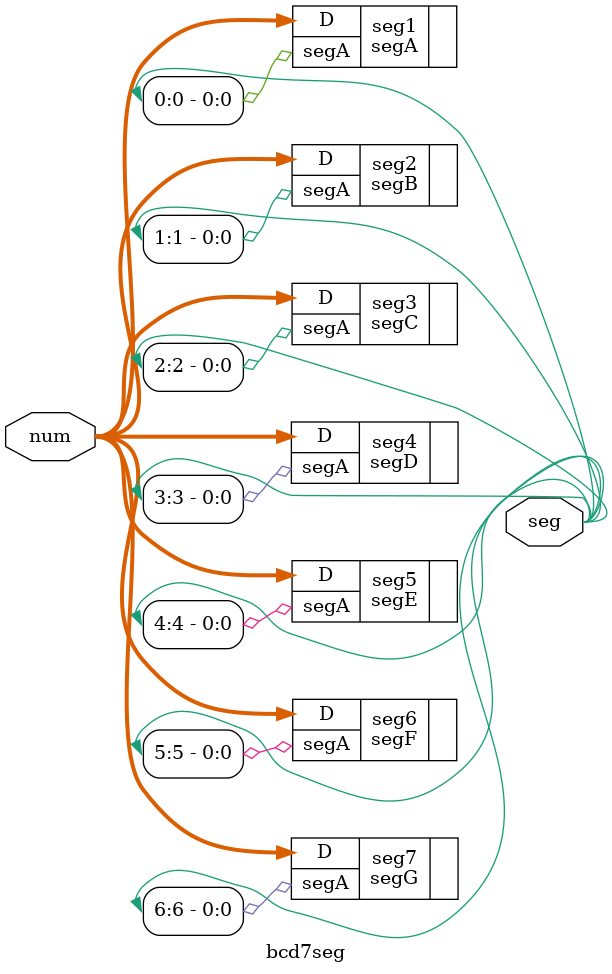
<source format=sv>
module bcd7seg(
  input 	[3:0] num,		// BCD number to display
  output	[6:0] seg		// seg[0]=A, seg[1]=B, ...
);

  ////////////////////////////////////////
  // Instantiate the 7 segment drivers //
  //////////////////////////////////////
  segA seg1(.D(num),.segA(seg[0]));
  segB seg2(.D(num),.segA(seg[1]));
  segC seg3(.D(num),.segA(seg[2]));
  segD seg4(.D(num),.segA(seg[3]));
  segE seg5(.D(num),.segA(seg[4]));
  segF seg6(.D(num),.segA(seg[5]));
  segG seg7(.D(num),.segA(seg[6]));

endmodule  

</source>
